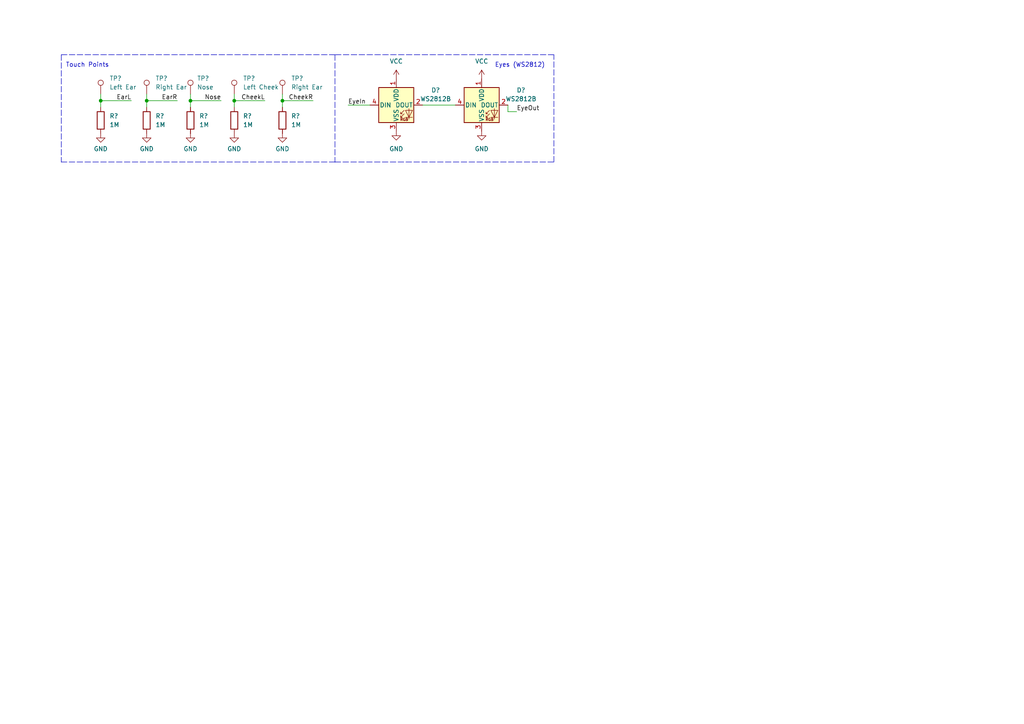
<source format=kicad_sch>
(kicad_sch (version 20211123) (generator eeschema)
  (paper "A4")
  (lib_symbols
    (symbol "Connector:TestPoint" (pin_numbers hide) (pin_names (offset 0.762) hide)
      (property "Reference" "TP" (at 0 6.858 0))
      (property "Value" "TestPoint" (at 0 5.08 0))
      (symbol "TestPoint_0_1"
        (circle (center 0 3.302) (radius 0.762))
      )
      (symbol "TestPoint_1_1"
        (pin passive line (at 0 0 90) (length 2.54) (name "1") (number "1"))
      )
    )
    (symbol "Device:R" (pin_numbers hide) (pin_names (offset 0))
      (property "Reference" "R" (at 2.032 0 90))
      (property "Value" "R" (at 0 0 90))
      (symbol "R_0_1"
        (rectangle (start -1.016 -2.54) (end 1.016 2.54) (stroke (width 0.254)))
      )
      (symbol "R_1_1"
        (pin passive line (at 0 3.81 270) (length 1.27) (name "~") (number "1"))
        (pin passive line (at 0 -3.81 90) (length 1.27) (name "~") (number "2"))
      )
    )
    (symbol "LED:WS2812B" (pin_names (offset 0.254))
      (property "Reference" "D" (at 5.08 5.715 0))
      (property "Value" "WS2812B" (at 1.27 -5.715 0))
      (symbol "WS2812B_0_0"
        (text "RGB" (at 2.286 -4.191 0) (effects (font (size 0.762 0.762))))
      )
      (symbol "WS2812B_0_1"
        (polyline (pts (xy 1.27 -3.556) (xy 1.778 -3.556)))
        (polyline (pts (xy 1.27 -2.54) (xy 1.778 -2.54)))
        (polyline (pts (xy 4.699 -3.556) (xy 2.667 -3.556)))
        (polyline (pts (xy 2.286 -2.54) (xy 1.27 -3.556) (xy 1.27 -3.048)))
        (polyline (pts (xy 2.286 -1.524) (xy 1.27 -2.54) (xy 1.27 -2.032)))
        (polyline (pts (xy 3.683 -1.016) (xy 3.683 -3.556) (xy 3.683 -4.064)))
        (polyline (pts (xy 4.699 -1.524) (xy 2.667 -1.524) (xy 3.683 -3.556) (xy 4.699 -1.524)))
        (rectangle (start 5.08 5.08) (end -5.08 -5.08) (stroke (width 0.254)) (fill (type background)))
      )
      (symbol "WS2812B_1_1"
        (pin power_in line (at 0 7.62 270) (length 2.54) (name "VDD") (number "1"))
        (pin output line (at 7.62 0 180) (length 2.54) (name "DOUT") (number "2"))
        (pin power_in line (at 0 -7.62 90) (length 2.54) (name "VSS") (number "3"))
        (pin input line (at -7.62 0 0) (length 2.54) (name "DIN") (number "4"))
      )
    )
    (symbol "power:GND" (power) (pin_names (offset 0))
      (property "Value" "GND" (at 0 -3.81 0))
      (symbol "GND_0_1"
        (polyline (pts (xy 0 0) (xy 0 -1.27) (xy 1.27 -1.27) (xy 0 -2.54) (xy -1.27 -1.27) (xy 0 -1.27)))
      )
      (symbol "GND_1_1"
        (pin power_in line (at 0 0 270) (length 0) hide (name "GND") (number "1"))
      )
    )
    (symbol "power:VCC" (power) (pin_names (offset 0))
      (property "Value" "VCC" (at 0 3.81 0))
      (symbol "VCC_0_1"
        (polyline (pts (xy -0.762 1.27) (xy 0 2.54)))
        (polyline (pts (xy 0 0) (xy 0 2.54)))
        (polyline (pts (xy 0 2.54) (xy 0.762 1.27)))
      )
      (symbol "VCC_1_1"
        (pin power_in line (at 0 0 90) (length 0) hide (name "VCC") (number "1"))
      )
    )
  )
  (junction (at 42.545 29.21))
  (junction (at 81.915 29.21))
  (junction (at 29.21 29.21))
  (junction (at 67.945 29.21))
  (junction (at 55.245 29.21))
  (wire (pts (xy 90.805 29.21) (xy 81.915 29.21)))
  (wire (pts (xy 29.21 29.21) (xy 29.21 31.115)))
  (wire (pts (xy 76.835 29.21) (xy 67.945 29.21)))
  (wire (pts (xy 149.86 32.385) (xy 147.32 32.385)))
  (polyline (pts (xy 97.155 15.875) (xy 97.155 46.99)))
  (wire (pts (xy 81.915 29.21) (xy 81.915 31.115)))
  (polyline (pts (xy 17.78 15.875) (xy 17.78 46.99)))
  (wire (pts (xy 81.915 27.305) (xy 81.915 29.21)))
  (polyline (pts (xy 160.655 46.99) (xy 160.655 15.875)))
  (wire (pts (xy 38.1 29.21) (xy 29.21 29.21)))
  (wire (pts (xy 55.245 29.21) (xy 55.245 31.115)))
  (wire (pts (xy 55.245 27.305) (xy 55.245 29.21)))
  (polyline (pts (xy 160.655 15.875) (xy 97.155 15.875)))
  (wire (pts (xy 64.135 29.21) (xy 55.245 29.21)))
  (wire (pts (xy 147.32 32.385) (xy 147.32 30.48)))
  (polyline (pts (xy 97.155 46.99) (xy 160.655 46.99)))
  (wire (pts (xy 67.945 27.305) (xy 67.945 29.21)))
  (wire (pts (xy 67.945 29.21) (xy 67.945 31.115)))
  (wire (pts (xy 42.545 29.21) (xy 42.545 31.115)))
  (wire (pts (xy 100.965 30.48) (xy 107.315 30.48)))
  (wire (pts (xy 29.21 27.305) (xy 29.21 29.21)))
  (wire (pts (xy 51.435 29.21) (xy 42.545 29.21)))
  (wire (pts (xy 42.545 27.305) (xy 42.545 29.21)))
  (wire (pts (xy 122.555 30.48) (xy 132.08 30.48)))
  (polyline (pts (xy 97.155 46.99) (xy 17.78 46.99)))
  (polyline (pts (xy 17.78 15.875) (xy 97.155 15.875)))
  (text "Eyes (WS2812)" (at 143.51 19.685 0) (effects (font (size 1.27 1.27)) (justify left bottom)))
  (text "Touch Points" (at 19.05 19.685 0) (effects (font (size 1.27 1.27)) (justify left bottom)))
  (label "Nose" (at 64.135 29.21 180))
  (label "EyeOut" (at 149.86 32.385 0))
  (label "EarL" (at 38.1 29.21 180))
  (label "CheekL" (at 76.835 29.21 180))
  (label "CheekR" (at 90.805 29.21 180))
  (label "EyeIn" (at 100.965 30.48 0))
  (label "EarR" (at 51.435 29.21 180))
  (symbol (lib_id "power:GND") (at 139.7 38.1 0) (unit 1)
    (property "Reference" "#PWR?" (effects hide))
    (property "Value" "GND" (at 139.7 43.18 0))
  )
  (symbol (lib_id "Device:R") (at 81.915 34.925 0) (unit 1)
    (property "Reference" "R?" (at 84.455 33.6549 0) (effects (justify left)))
    (property "Value" "1M" (at 84.455 36.1949 0) (effects (justify left)))
  )
  (symbol (lib_id "power:GND") (at 55.245 38.735 0) (unit 1)
    (property "Reference" "#PWR?" (effects hide))
    (property "Value" "GND" (at 55.245 43.18 0))
  )
  (symbol (lib_id "Connector:TestPoint") (at 55.245 27.305 0) (unit 1)
    (property "Reference" "TP?" (at 57.15 22.7329 0) (effects (justify left)))
    (property "Value" "Nose" (at 57.15 25.2729 0) (effects (justify left)))
  )
  (symbol (lib_id "Connector:TestPoint") (at 42.545 27.305 0) (unit 1)
    (property "Reference" "TP?" (at 45.085 22.7329 0) (effects (justify left)))
    (property "Value" "Right Ear" (at 45.085 25.2729 0) (effects (justify left)))
  )
  (symbol (lib_id "power:GND") (at 29.21 38.735 0) (unit 1)
    (property "Reference" "#PWR?" (effects hide))
    (property "Value" "GND" (at 29.21 43.18 0))
  )
  (symbol (lib_id "Device:R") (at 55.245 34.925 0) (unit 1)
    (property "Reference" "R?" (at 57.785 33.6549 0) (effects (justify left)))
    (property "Value" "1M" (at 57.785 36.1949 0) (effects (justify left)))
  )
  (symbol (lib_id "Device:R") (at 29.21 34.925 0) (unit 1)
    (property "Reference" "R?" (at 31.75 33.6549 0) (effects (justify left)))
    (property "Value" "1M" (at 31.75 36.1949 0) (effects (justify left)))
  )
  (symbol (lib_id "power:VCC") (at 114.935 22.86 0) (unit 1)
    (property "Reference" "#PWR?" (effects hide))
    (property "Value" "VCC" (at 114.935 17.78 0))
  )
  (symbol (lib_id "power:GND") (at 114.935 38.1 0) (unit 1)
    (property "Reference" "#PWR?" (effects hide))
    (property "Value" "GND" (at 114.935 43.18 0))
  )
  (symbol (lib_id "power:GND") (at 81.915 38.735 0) (unit 1)
    (property "Reference" "#PWR?" (effects hide))
    (property "Value" "GND" (at 81.915 43.18 0))
  )
  (symbol (lib_id "Device:R") (at 42.545 34.925 0) (unit 1)
    (property "Reference" "R?" (at 45.085 33.6549 0) (effects (justify left)))
    (property "Value" "1M" (at 45.085 36.1949 0) (effects (justify left)))
  )
  (symbol (lib_id "Device:R") (at 67.945 34.925 0) (unit 1)
    (property "Reference" "R?" (at 70.485 33.6549 0) (effects (justify left)))
    (property "Value" "1M" (at 70.485 36.1949 0) (effects (justify left)))
  )
  (symbol (lib_id "Connector:TestPoint") (at 67.945 27.305 0) (unit 1)
    (property "Reference" "TP?" (at 70.485 22.7329 0) (effects (justify left)))
    (property "Value" "Left Cheek" (at 70.485 25.2729 0) (effects (justify left)))
  )
  (symbol (lib_id "LED:WS2812B") (at 139.7 30.48 0) (unit 1)
    (property "Reference" "D?" (at 151.13 26.1493 0))
    (property "Value" "WS2812B" (at 151.13 28.6893 0))
    (property "Footprint" "LED_SMD:LED_WS2812B_PLCC4_5.0x5.0mm_P3.2mm" (effects hide))
    (property "Datasheet" "https://cdn-shop.adafruit.com/datasheets/WS2812B.pdf" (effects hide))
  )
  (symbol (lib_id "Connector:TestPoint") (at 81.915 27.305 0) (unit 1)
    (property "Reference" "TP?" (at 84.455 22.7329 0) (effects (justify left)))
    (property "Value" "Right Ear" (at 84.455 25.2729 0) (effects (justify left)))
  )
  (symbol (lib_id "power:GND") (at 42.545 38.735 0) (unit 1)
    (property "Reference" "#PWR?" (effects hide))
    (property "Value" "GND" (at 42.545 43.18 0))
  )
  (symbol (lib_id "LED:WS2812B") (at 114.935 30.48 0) (unit 1)
    (property "Reference" "D?" (at 126.365 26.1493 0))
    (property "Value" "WS2812B" (at 126.365 28.6893 0))
    (property "Footprint" "LED_SMD:LED_WS2812B_PLCC4_5.0x5.0mm_P3.2mm" (effects hide))
    (property "Datasheet" "https://cdn-shop.adafruit.com/datasheets/WS2812B.pdf" (effects hide))
  )
  (symbol (lib_id "power:GND") (at 67.945 38.735 0) (unit 1)
    (property "Reference" "#PWR?" (effects hide))
    (property "Value" "GND" (at 67.945 43.18 0))
  )
  (symbol (lib_id "power:VCC") (at 139.7 22.86 0) (unit 1)
    (property "Reference" "#PWR?" (effects hide))
    (property "Value" "VCC" (at 139.7 17.78 0))
  )
  (symbol (lib_id "Connector:TestPoint") (at 29.21 27.305 0) (unit 1)
    (property "Reference" "TP?" (at 31.75 22.7329 0) (effects (justify left)))
    (property "Value" "Left Ear" (at 31.75 25.2729 0) (effects (justify left)))
  )
)
</source>
